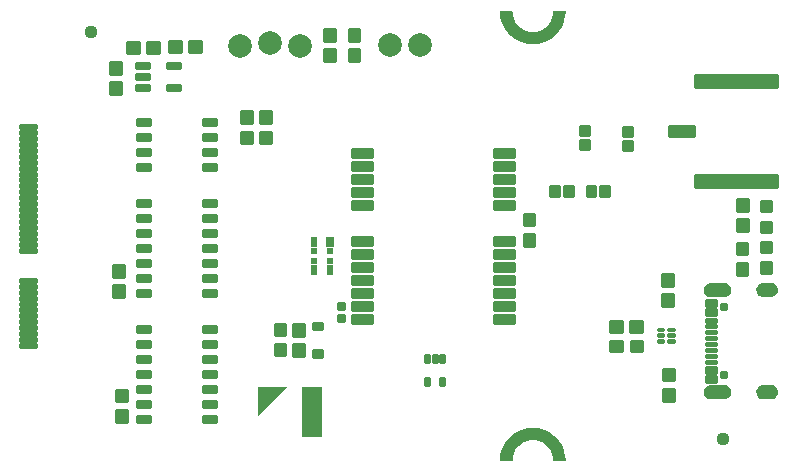
<source format=gts>
G04 EAGLE Gerber RS-274X export*
G75*
%MOMM*%
%FSLAX34Y34*%
%LPD*%
%INSoldermask Top*%
%IPPOS*%
%AMOC8*
5,1,8,0,0,1.08239X$1,22.5*%
G01*
%ADD10C,0.225400*%
%ADD11R,1.700000X4.200000*%
%ADD12C,0.428259*%
%ADD13C,0.227100*%
%ADD14C,0.223409*%
%ADD15C,0.231750*%
%ADD16C,0.229969*%
%ADD17C,0.230578*%
%ADD18C,0.225369*%
%ADD19C,0.777000*%
%ADD20C,0.229859*%
%ADD21C,0.225938*%
%ADD22C,0.224709*%
%ADD23R,0.620000X0.840000*%
%ADD24R,0.620000X0.560000*%
%ADD25R,0.640000X0.840000*%
%ADD26C,1.127000*%
%ADD27C,0.228959*%
%ADD28C,0.736600*%
%ADD29C,2.006600*%
%ADD30C,0.229738*%

G36*
X443931Y353031D02*
X443931Y353031D01*
X443941Y353035D01*
X443967Y353036D01*
X447801Y353870D01*
X447809Y353875D01*
X447835Y353880D01*
X451511Y355252D01*
X451519Y355257D01*
X451543Y355266D01*
X454987Y357147D01*
X454994Y357154D01*
X455017Y357166D01*
X458158Y359517D01*
X458164Y359525D01*
X458185Y359541D01*
X460959Y362315D01*
X460964Y362324D01*
X460983Y362342D01*
X463334Y365483D01*
X463337Y365492D01*
X463353Y365513D01*
X465234Y368957D01*
X465236Y368966D01*
X465248Y368989D01*
X466620Y372665D01*
X466620Y372675D01*
X466630Y372699D01*
X467464Y376533D01*
X467463Y376543D01*
X467469Y376569D01*
X467749Y380482D01*
X467743Y380508D01*
X467747Y380533D01*
X467729Y380575D01*
X467719Y380619D01*
X467701Y380637D01*
X467690Y380661D01*
X467652Y380686D01*
X467621Y380718D01*
X467595Y380724D01*
X467574Y380738D01*
X467500Y380749D01*
X457500Y380749D01*
X457493Y380747D01*
X457486Y380749D01*
X457427Y380728D01*
X457366Y380710D01*
X457361Y380705D01*
X457354Y380702D01*
X457316Y380652D01*
X457274Y380605D01*
X457273Y380598D01*
X457268Y380592D01*
X457252Y380520D01*
X457038Y377802D01*
X456406Y375169D01*
X455370Y372669D01*
X453956Y370361D01*
X452198Y368302D01*
X450139Y366544D01*
X447831Y365130D01*
X445331Y364094D01*
X442698Y363462D01*
X440000Y363250D01*
X437302Y363462D01*
X434669Y364094D01*
X432169Y365130D01*
X429861Y366544D01*
X427802Y368302D01*
X426044Y370361D01*
X424630Y372669D01*
X423594Y375169D01*
X422962Y377802D01*
X422748Y380520D01*
X422746Y380526D01*
X422747Y380533D01*
X422721Y380591D01*
X422699Y380650D01*
X422693Y380655D01*
X422690Y380661D01*
X422637Y380696D01*
X422587Y380734D01*
X422580Y380734D01*
X422574Y380738D01*
X422500Y380749D01*
X412500Y380749D01*
X412475Y380742D01*
X412449Y380744D01*
X412409Y380723D01*
X412366Y380710D01*
X412349Y380690D01*
X412326Y380678D01*
X412304Y380639D01*
X412274Y380605D01*
X412270Y380579D01*
X412257Y380556D01*
X412251Y380482D01*
X412531Y376569D01*
X412535Y376559D01*
X412536Y376533D01*
X413370Y372699D01*
X413375Y372691D01*
X413380Y372665D01*
X414752Y368989D01*
X414757Y368981D01*
X414766Y368957D01*
X416647Y365513D01*
X416654Y365506D01*
X416666Y365483D01*
X419017Y362342D01*
X419025Y362336D01*
X419041Y362315D01*
X421815Y359541D01*
X421824Y359536D01*
X421842Y359517D01*
X424983Y357166D01*
X424992Y357163D01*
X425013Y357147D01*
X428457Y355266D01*
X428466Y355264D01*
X428489Y355252D01*
X432165Y353880D01*
X432175Y353880D01*
X432199Y353870D01*
X436033Y353036D01*
X436043Y353037D01*
X436069Y353031D01*
X439982Y352751D01*
X439992Y352753D01*
X440018Y352751D01*
X443931Y353031D01*
G37*
G36*
X422507Y253D02*
X422507Y253D01*
X422514Y251D01*
X422573Y272D01*
X422634Y290D01*
X422639Y295D01*
X422646Y298D01*
X422685Y348D01*
X422726Y395D01*
X422727Y402D01*
X422732Y408D01*
X422748Y480D01*
X422962Y3198D01*
X423594Y5831D01*
X424630Y8331D01*
X426044Y10639D01*
X427802Y12698D01*
X429861Y14456D01*
X432169Y15870D01*
X434669Y16906D01*
X437302Y17538D01*
X440000Y17750D01*
X442698Y17538D01*
X445331Y16906D01*
X447831Y15870D01*
X450139Y14456D01*
X452198Y12698D01*
X453956Y10639D01*
X455370Y8331D01*
X456406Y5831D01*
X457038Y3198D01*
X457252Y480D01*
X457254Y474D01*
X457253Y467D01*
X457279Y409D01*
X457301Y350D01*
X457307Y345D01*
X457310Y339D01*
X457363Y304D01*
X457413Y266D01*
X457421Y266D01*
X457427Y262D01*
X457500Y251D01*
X467500Y251D01*
X467525Y258D01*
X467551Y256D01*
X467591Y277D01*
X467634Y290D01*
X467651Y310D01*
X467674Y322D01*
X467696Y361D01*
X467726Y395D01*
X467730Y421D01*
X467743Y444D01*
X467749Y518D01*
X467469Y4431D01*
X467465Y4441D01*
X467464Y4467D01*
X466630Y8301D01*
X466625Y8309D01*
X466620Y8335D01*
X465248Y12011D01*
X465243Y12019D01*
X465234Y12043D01*
X463353Y15487D01*
X463346Y15494D01*
X463334Y15517D01*
X460983Y18658D01*
X460975Y18664D01*
X460959Y18685D01*
X458185Y21459D01*
X458176Y21464D01*
X458158Y21483D01*
X455017Y23834D01*
X455008Y23837D01*
X454987Y23853D01*
X451543Y25734D01*
X451534Y25736D01*
X451511Y25748D01*
X447835Y27120D01*
X447825Y27120D01*
X447801Y27130D01*
X443967Y27964D01*
X443957Y27963D01*
X443931Y27969D01*
X440018Y28249D01*
X440008Y28247D01*
X439982Y28249D01*
X436069Y27969D01*
X436059Y27965D01*
X436033Y27964D01*
X432199Y27130D01*
X432191Y27125D01*
X432165Y27120D01*
X428489Y25748D01*
X428481Y25743D01*
X428457Y25734D01*
X425013Y23853D01*
X425006Y23846D01*
X424983Y23834D01*
X421842Y21483D01*
X421836Y21475D01*
X421815Y21459D01*
X419041Y18685D01*
X419036Y18676D01*
X419017Y18658D01*
X416666Y15517D01*
X416663Y15508D01*
X416647Y15487D01*
X414766Y12043D01*
X414764Y12034D01*
X414752Y12011D01*
X413380Y8335D01*
X413380Y8325D01*
X413370Y8301D01*
X412536Y4467D01*
X412537Y4457D01*
X412531Y4431D01*
X412251Y518D01*
X412257Y492D01*
X412253Y467D01*
X412271Y425D01*
X412281Y381D01*
X412299Y363D01*
X412310Y339D01*
X412348Y314D01*
X412379Y282D01*
X412405Y276D01*
X412427Y262D01*
X412500Y251D01*
X422500Y251D01*
X422507Y253D01*
G37*
G36*
X207648Y38371D02*
X207648Y38371D01*
X207675Y38367D01*
X207716Y38385D01*
X207758Y38394D01*
X207794Y38420D01*
X207803Y38424D01*
X207807Y38429D01*
X207818Y38438D01*
X231818Y62438D01*
X231839Y62476D01*
X231868Y62509D01*
X231872Y62536D01*
X231885Y62560D01*
X231882Y62604D01*
X231889Y62647D01*
X231878Y62673D01*
X231876Y62700D01*
X231850Y62735D01*
X231832Y62775D01*
X231809Y62790D01*
X231793Y62812D01*
X231752Y62828D01*
X231716Y62852D01*
X231672Y62859D01*
X231663Y62862D01*
X231656Y62861D01*
X231642Y62863D01*
X207642Y62863D01*
X207626Y62858D01*
X207609Y62861D01*
X207559Y62839D01*
X207508Y62824D01*
X207497Y62811D01*
X207481Y62804D01*
X207451Y62759D01*
X207416Y62719D01*
X207413Y62702D01*
X207404Y62688D01*
X207393Y62614D01*
X207393Y38614D01*
X207405Y38572D01*
X207408Y38528D01*
X207424Y38506D01*
X207432Y38480D01*
X207465Y38451D01*
X207491Y38416D01*
X207517Y38406D01*
X207537Y38388D01*
X207581Y38381D01*
X207621Y38366D01*
X207648Y38371D01*
G37*
G36*
X602453Y138754D02*
X602453Y138754D01*
X602456Y138751D01*
X603723Y138956D01*
X603729Y138962D01*
X603734Y138959D01*
X604923Y139441D01*
X604927Y139448D01*
X604933Y139446D01*
X605986Y140180D01*
X605988Y140188D01*
X605994Y140187D01*
X606857Y141137D01*
X606858Y141146D01*
X606863Y141146D01*
X607493Y142265D01*
X607492Y142273D01*
X607498Y142275D01*
X607863Y143505D01*
X607860Y143512D01*
X607864Y143515D01*
X607863Y143515D01*
X607865Y143516D01*
X607947Y144797D01*
X607945Y144801D01*
X607947Y144803D01*
X607865Y146084D01*
X607859Y146090D01*
X607863Y146095D01*
X607498Y147325D01*
X607491Y147330D01*
X607493Y147335D01*
X606863Y148454D01*
X606856Y148457D01*
X606857Y148463D01*
X605994Y149413D01*
X605986Y149414D01*
X605986Y149420D01*
X604933Y150154D01*
X604925Y150154D01*
X604923Y150159D01*
X603734Y150641D01*
X603726Y150639D01*
X603723Y150644D01*
X602456Y150849D01*
X602451Y150846D01*
X602448Y150849D01*
X590448Y150849D01*
X590444Y150846D01*
X590441Y150849D01*
X589319Y150694D01*
X589314Y150689D01*
X589310Y150692D01*
X588239Y150321D01*
X588235Y150315D01*
X588230Y150317D01*
X587253Y149744D01*
X587250Y149738D01*
X587245Y149739D01*
X586398Y148986D01*
X586396Y148979D01*
X586391Y148979D01*
X585707Y148076D01*
X585707Y148069D01*
X585702Y148068D01*
X585207Y147049D01*
X585209Y147042D01*
X585207Y147041D01*
X585204Y147040D01*
X584917Y145943D01*
X584920Y145937D01*
X584916Y145934D01*
X584849Y144803D01*
X584851Y144799D01*
X584849Y144797D01*
X584916Y143666D01*
X584921Y143661D01*
X584917Y143657D01*
X585204Y142560D01*
X585210Y142556D01*
X585207Y142551D01*
X585702Y141532D01*
X585708Y141529D01*
X585707Y141524D01*
X586391Y140621D01*
X586398Y140619D01*
X586398Y140614D01*
X587245Y139861D01*
X587252Y139861D01*
X587253Y139856D01*
X588230Y139283D01*
X588237Y139284D01*
X588239Y139279D01*
X589310Y138908D01*
X589316Y138911D01*
X589319Y138906D01*
X590441Y138751D01*
X590446Y138754D01*
X590448Y138751D01*
X602448Y138751D01*
X602453Y138754D01*
G37*
G36*
X602453Y52354D02*
X602453Y52354D01*
X602456Y52351D01*
X603723Y52556D01*
X603729Y52562D01*
X603734Y52559D01*
X604923Y53041D01*
X604927Y53048D01*
X604933Y53046D01*
X605986Y53780D01*
X605988Y53788D01*
X605994Y53787D01*
X606857Y54737D01*
X606858Y54746D01*
X606863Y54746D01*
X607493Y55865D01*
X607492Y55873D01*
X607498Y55875D01*
X607863Y57105D01*
X607860Y57112D01*
X607864Y57115D01*
X607863Y57115D01*
X607865Y57116D01*
X607947Y58397D01*
X607945Y58401D01*
X607947Y58403D01*
X607865Y59684D01*
X607859Y59690D01*
X607863Y59695D01*
X607498Y60925D01*
X607491Y60930D01*
X607493Y60935D01*
X606863Y62054D01*
X606856Y62057D01*
X606857Y62063D01*
X605994Y63013D01*
X605986Y63014D01*
X605986Y63020D01*
X604933Y63754D01*
X604925Y63754D01*
X604923Y63759D01*
X603734Y64241D01*
X603726Y64239D01*
X603723Y64244D01*
X602456Y64449D01*
X602451Y64446D01*
X602448Y64449D01*
X590448Y64449D01*
X590444Y64446D01*
X590441Y64449D01*
X589319Y64294D01*
X589314Y64289D01*
X589310Y64292D01*
X588239Y63921D01*
X588235Y63915D01*
X588230Y63917D01*
X587253Y63344D01*
X587250Y63338D01*
X587245Y63339D01*
X586398Y62586D01*
X586396Y62579D01*
X586391Y62579D01*
X585707Y61676D01*
X585707Y61669D01*
X585702Y61668D01*
X585207Y60649D01*
X585209Y60642D01*
X585207Y60641D01*
X585204Y60640D01*
X584917Y59543D01*
X584920Y59537D01*
X584916Y59534D01*
X584849Y58403D01*
X584851Y58399D01*
X584849Y58397D01*
X584916Y57266D01*
X584921Y57261D01*
X584917Y57257D01*
X585204Y56160D01*
X585210Y56156D01*
X585207Y56151D01*
X585702Y55132D01*
X585708Y55129D01*
X585707Y55124D01*
X586391Y54221D01*
X586398Y54219D01*
X586398Y54214D01*
X587245Y53461D01*
X587252Y53461D01*
X587253Y53456D01*
X588230Y52883D01*
X588237Y52884D01*
X588239Y52879D01*
X589310Y52508D01*
X589316Y52511D01*
X589319Y52506D01*
X590441Y52351D01*
X590446Y52354D01*
X590448Y52351D01*
X602448Y52351D01*
X602453Y52354D01*
G37*
G36*
X641252Y138753D02*
X641252Y138753D01*
X641254Y138751D01*
X642583Y138906D01*
X642589Y138912D01*
X642593Y138909D01*
X643854Y139356D01*
X643859Y139363D01*
X643864Y139361D01*
X644994Y140078D01*
X644997Y140085D01*
X645003Y140084D01*
X645945Y141035D01*
X645946Y141043D01*
X645952Y141043D01*
X646659Y142179D01*
X646659Y142184D01*
X646660Y142185D01*
X646659Y142187D01*
X646664Y142189D01*
X647100Y143454D01*
X647098Y143462D01*
X647103Y143465D01*
X647247Y144795D01*
X647243Y144801D01*
X647247Y144805D01*
X647137Y145971D01*
X647132Y145976D01*
X647135Y145980D01*
X646800Y147103D01*
X646794Y147107D01*
X646796Y147111D01*
X646248Y148147D01*
X646242Y148150D01*
X646243Y148155D01*
X645504Y149063D01*
X645497Y149065D01*
X645497Y149070D01*
X644595Y149817D01*
X644588Y149817D01*
X644587Y149823D01*
X643556Y150379D01*
X643549Y150378D01*
X643547Y150383D01*
X642428Y150727D01*
X642421Y150725D01*
X642418Y150729D01*
X641253Y150849D01*
X641250Y150847D01*
X641248Y150849D01*
X635248Y150849D01*
X635245Y150847D01*
X635243Y150849D01*
X634067Y150738D01*
X634062Y150733D01*
X634058Y150736D01*
X632926Y150398D01*
X632922Y150392D01*
X632917Y150394D01*
X631873Y149842D01*
X631870Y149835D01*
X631865Y149837D01*
X630949Y149091D01*
X630948Y149084D01*
X630942Y149084D01*
X630189Y148175D01*
X630189Y148167D01*
X630184Y148167D01*
X629623Y147127D01*
X629624Y147120D01*
X629619Y147118D01*
X629272Y145989D01*
X629274Y145983D01*
X629270Y145980D01*
X629149Y144805D01*
X629153Y144798D01*
X629149Y144794D01*
X629306Y143454D01*
X629311Y143448D01*
X629308Y143443D01*
X629759Y142172D01*
X629766Y142167D01*
X629764Y142162D01*
X630486Y141023D01*
X630494Y141020D01*
X630493Y141014D01*
X631451Y140064D01*
X631459Y140063D01*
X631460Y140057D01*
X632605Y139344D01*
X632614Y139345D01*
X632615Y139339D01*
X633891Y138899D01*
X633898Y138901D01*
X633900Y138899D01*
X633901Y138897D01*
X635243Y138751D01*
X635246Y138753D01*
X635248Y138751D01*
X641248Y138751D01*
X641252Y138753D01*
G37*
G36*
X641252Y52353D02*
X641252Y52353D01*
X641254Y52351D01*
X642583Y52506D01*
X642589Y52512D01*
X642593Y52509D01*
X643854Y52956D01*
X643859Y52963D01*
X643864Y52961D01*
X644994Y53678D01*
X644997Y53685D01*
X645003Y53684D01*
X645945Y54635D01*
X645946Y54643D01*
X645952Y54643D01*
X646659Y55779D01*
X646659Y55784D01*
X646660Y55785D01*
X646659Y55787D01*
X646664Y55789D01*
X647100Y57054D01*
X647098Y57062D01*
X647103Y57065D01*
X647247Y58395D01*
X647243Y58401D01*
X647247Y58405D01*
X647137Y59571D01*
X647132Y59576D01*
X647135Y59580D01*
X646800Y60703D01*
X646794Y60707D01*
X646796Y60711D01*
X646248Y61747D01*
X646242Y61750D01*
X646243Y61755D01*
X645504Y62663D01*
X645497Y62665D01*
X645497Y62670D01*
X644595Y63417D01*
X644588Y63417D01*
X644587Y63423D01*
X643556Y63979D01*
X643549Y63978D01*
X643547Y63983D01*
X642428Y64327D01*
X642421Y64325D01*
X642418Y64329D01*
X641253Y64449D01*
X641250Y64447D01*
X641248Y64449D01*
X635248Y64449D01*
X635245Y64447D01*
X635243Y64449D01*
X634067Y64338D01*
X634062Y64333D01*
X634058Y64336D01*
X632926Y63998D01*
X632922Y63992D01*
X632917Y63994D01*
X631873Y63442D01*
X631870Y63435D01*
X631865Y63437D01*
X630949Y62691D01*
X630948Y62684D01*
X630942Y62684D01*
X630189Y61775D01*
X630189Y61767D01*
X630184Y61767D01*
X629623Y60727D01*
X629624Y60720D01*
X629619Y60718D01*
X629272Y59589D01*
X629274Y59583D01*
X629270Y59580D01*
X629149Y58405D01*
X629153Y58398D01*
X629149Y58394D01*
X629306Y57054D01*
X629311Y57048D01*
X629308Y57043D01*
X629759Y55772D01*
X629766Y55767D01*
X629764Y55762D01*
X630486Y54623D01*
X630494Y54620D01*
X630493Y54614D01*
X631451Y53664D01*
X631459Y53663D01*
X631460Y53657D01*
X632605Y52944D01*
X632614Y52945D01*
X632615Y52939D01*
X633891Y52499D01*
X633898Y52501D01*
X633900Y52499D01*
X633901Y52497D01*
X635243Y52351D01*
X635246Y52353D01*
X635248Y52351D01*
X641248Y52351D01*
X641252Y52353D01*
G37*
D10*
X221298Y106376D02*
X221298Y116392D01*
X230314Y116392D01*
X230314Y106376D01*
X221298Y106376D01*
X221298Y108517D02*
X230314Y108517D01*
X230314Y110658D02*
X221298Y110658D01*
X221298Y112799D02*
X230314Y112799D01*
X230314Y114940D02*
X221298Y114940D01*
X221298Y99392D02*
X221298Y89376D01*
X221298Y99392D02*
X230314Y99392D01*
X230314Y89376D01*
X221298Y89376D01*
X221298Y91517D02*
X230314Y91517D01*
X230314Y93658D02*
X221298Y93658D01*
X221298Y95799D02*
X230314Y95799D01*
X230314Y97940D02*
X221298Y97940D01*
D11*
X252942Y41814D03*
D10*
X201866Y268940D02*
X201866Y278956D01*
X201866Y268940D02*
X192850Y268940D01*
X192850Y278956D01*
X201866Y278956D01*
X201866Y271081D02*
X192850Y271081D01*
X192850Y273222D02*
X201866Y273222D01*
X201866Y275363D02*
X192850Y275363D01*
X192850Y277504D02*
X201866Y277504D01*
X201866Y285940D02*
X201866Y295956D01*
X201866Y285940D02*
X192850Y285940D01*
X192850Y295956D01*
X201866Y295956D01*
X201866Y288081D02*
X192850Y288081D01*
X192850Y290222D02*
X201866Y290222D01*
X201866Y292363D02*
X192850Y292363D01*
X192850Y294504D02*
X201866Y294504D01*
X217868Y278956D02*
X217868Y268940D01*
X208852Y268940D01*
X208852Y278956D01*
X217868Y278956D01*
X217868Y271081D02*
X208852Y271081D01*
X208852Y273222D02*
X217868Y273222D01*
X217868Y275363D02*
X208852Y275363D01*
X208852Y277504D02*
X217868Y277504D01*
X217868Y285940D02*
X217868Y295956D01*
X217868Y285940D02*
X208852Y285940D01*
X208852Y295956D01*
X217868Y295956D01*
X217868Y288081D02*
X208852Y288081D01*
X208852Y290222D02*
X217868Y290222D01*
X217868Y292363D02*
X208852Y292363D01*
X208852Y294504D02*
X217868Y294504D01*
D12*
X633792Y212286D02*
X640780Y212286D01*
X633792Y212286D02*
X633792Y219274D01*
X640780Y219274D01*
X640780Y212286D01*
X640780Y216355D02*
X633792Y216355D01*
X633792Y194746D02*
X640780Y194746D01*
X633792Y194746D02*
X633792Y201734D01*
X640780Y201734D01*
X640780Y194746D01*
X640780Y198815D02*
X633792Y198815D01*
D13*
X261460Y93780D02*
X261460Y88480D01*
X254160Y88480D01*
X254160Y93780D01*
X261460Y93780D01*
X261460Y90637D02*
X254160Y90637D01*
X254160Y92794D02*
X261460Y92794D01*
X261460Y111480D02*
X261460Y116780D01*
X261460Y111480D02*
X254160Y111480D01*
X254160Y116780D01*
X261460Y116780D01*
X261460Y113637D02*
X254160Y113637D01*
X254160Y115794D02*
X261460Y115794D01*
D10*
X237046Y116138D02*
X237046Y106122D01*
X237046Y116138D02*
X246062Y116138D01*
X246062Y106122D01*
X237046Y106122D01*
X237046Y108263D02*
X246062Y108263D01*
X246062Y110404D02*
X237046Y110404D01*
X237046Y112545D02*
X246062Y112545D01*
X246062Y114686D02*
X237046Y114686D01*
X237046Y99138D02*
X237046Y89122D01*
X237046Y99138D02*
X246062Y99138D01*
X246062Y89122D01*
X237046Y89122D01*
X237046Y91263D02*
X246062Y91263D01*
X246062Y93404D02*
X237046Y93404D01*
X237046Y95545D02*
X246062Y95545D01*
X246062Y97686D02*
X237046Y97686D01*
X621728Y194772D02*
X621728Y204788D01*
X621728Y194772D02*
X612712Y194772D01*
X612712Y204788D01*
X621728Y204788D01*
X621728Y196913D02*
X612712Y196913D01*
X612712Y199054D02*
X621728Y199054D01*
X621728Y201195D02*
X612712Y201195D01*
X612712Y203336D02*
X621728Y203336D01*
X621728Y211772D02*
X621728Y221788D01*
X621728Y211772D02*
X612712Y211772D01*
X612712Y221788D01*
X621728Y221788D01*
X621728Y213913D02*
X612712Y213913D01*
X612712Y216054D02*
X621728Y216054D01*
X621728Y218195D02*
X612712Y218195D01*
X612712Y220336D02*
X621728Y220336D01*
X141796Y346266D02*
X131780Y346266D01*
X131780Y355282D01*
X141796Y355282D01*
X141796Y346266D01*
X141796Y348407D02*
X131780Y348407D01*
X131780Y350548D02*
X141796Y350548D01*
X141796Y352689D02*
X131780Y352689D01*
X131780Y354830D02*
X141796Y354830D01*
X148780Y346266D02*
X158796Y346266D01*
X148780Y346266D02*
X148780Y355282D01*
X158796Y355282D01*
X158796Y346266D01*
X158796Y348407D02*
X148780Y348407D01*
X148780Y350548D02*
X158796Y350548D01*
X158796Y352689D02*
X148780Y352689D01*
X148780Y354830D02*
X158796Y354830D01*
D12*
X633792Y177996D02*
X640780Y177996D01*
X633792Y177996D02*
X633792Y184984D01*
X640780Y184984D01*
X640780Y177996D01*
X640780Y182065D02*
X633792Y182065D01*
X633792Y160456D02*
X640780Y160456D01*
X633792Y160456D02*
X633792Y167444D01*
X640780Y167444D01*
X640780Y160456D01*
X640780Y164525D02*
X633792Y164525D01*
D10*
X621474Y167958D02*
X621474Y157942D01*
X612458Y157942D01*
X612458Y167958D01*
X621474Y167958D01*
X621474Y160083D02*
X612458Y160083D01*
X612458Y162224D02*
X621474Y162224D01*
X621474Y164365D02*
X612458Y164365D01*
X612458Y166506D02*
X621474Y166506D01*
X621474Y174942D02*
X621474Y184958D01*
X621474Y174942D02*
X612458Y174942D01*
X612458Y184958D01*
X621474Y184958D01*
X621474Y177083D02*
X612458Y177083D01*
X612458Y179224D02*
X621474Y179224D01*
X621474Y181365D02*
X612458Y181365D01*
X612458Y183506D02*
X621474Y183506D01*
D14*
X104163Y332860D02*
X104163Y337396D01*
X115199Y337396D01*
X115199Y332860D01*
X104163Y332860D01*
X104163Y334982D02*
X115199Y334982D01*
X115199Y337104D02*
X104163Y337104D01*
X104163Y327896D02*
X104163Y323360D01*
X104163Y327896D02*
X115199Y327896D01*
X115199Y323360D01*
X104163Y323360D01*
X104163Y325482D02*
X115199Y325482D01*
X115199Y327604D02*
X104163Y327604D01*
X104163Y318396D02*
X104163Y313860D01*
X104163Y318396D02*
X115199Y318396D01*
X115199Y313860D01*
X104163Y313860D01*
X104163Y315982D02*
X115199Y315982D01*
X115199Y318104D02*
X104163Y318104D01*
X130165Y318396D02*
X130165Y313860D01*
X130165Y318396D02*
X141201Y318396D01*
X141201Y313860D01*
X130165Y313860D01*
X130165Y315982D02*
X141201Y315982D01*
X141201Y318104D02*
X130165Y318104D01*
X130165Y332860D02*
X130165Y337396D01*
X141201Y337396D01*
X141201Y332860D01*
X130165Y332860D01*
X130165Y334982D02*
X141201Y334982D01*
X141201Y337104D02*
X130165Y337104D01*
D10*
X123236Y354774D02*
X113220Y354774D01*
X123236Y354774D02*
X123236Y345758D01*
X113220Y345758D01*
X113220Y354774D01*
X113220Y347899D02*
X123236Y347899D01*
X123236Y350040D02*
X113220Y350040D01*
X113220Y352181D02*
X123236Y352181D01*
X123236Y354322D02*
X113220Y354322D01*
X106236Y354774D02*
X96220Y354774D01*
X106236Y354774D02*
X106236Y345758D01*
X96220Y345758D01*
X96220Y354774D01*
X96220Y347899D02*
X106236Y347899D01*
X106236Y350040D02*
X96220Y350040D01*
X96220Y352181D02*
X106236Y352181D01*
X106236Y354322D02*
X96220Y354322D01*
X522160Y118554D02*
X532176Y118554D01*
X532176Y109538D01*
X522160Y109538D01*
X522160Y118554D01*
X522160Y111679D02*
X532176Y111679D01*
X532176Y113820D02*
X522160Y113820D01*
X522160Y115961D02*
X532176Y115961D01*
X532176Y118102D02*
X522160Y118102D01*
X515176Y118554D02*
X505160Y118554D01*
X515176Y118554D02*
X515176Y109538D01*
X505160Y109538D01*
X505160Y118554D01*
X505160Y111679D02*
X515176Y111679D01*
X515176Y113820D02*
X505160Y113820D01*
X505160Y115961D02*
X515176Y115961D01*
X515176Y118102D02*
X505160Y118102D01*
X522668Y102044D02*
X532684Y102044D01*
X532684Y93028D01*
X522668Y93028D01*
X522668Y102044D01*
X522668Y95169D02*
X532684Y95169D01*
X532684Y97310D02*
X522668Y97310D01*
X522668Y99451D02*
X532684Y99451D01*
X532684Y101592D02*
X522668Y101592D01*
X515684Y102044D02*
X505668Y102044D01*
X515684Y102044D02*
X515684Y93028D01*
X505668Y93028D01*
X505668Y102044D01*
X505668Y95169D02*
X515684Y95169D01*
X515684Y97310D02*
X505668Y97310D01*
X505668Y99451D02*
X515684Y99451D01*
X515684Y101592D02*
X505668Y101592D01*
X432130Y199442D02*
X432130Y209458D01*
X441146Y209458D01*
X441146Y199442D01*
X432130Y199442D01*
X432130Y201583D02*
X441146Y201583D01*
X441146Y203724D02*
X432130Y203724D01*
X432130Y205865D02*
X441146Y205865D01*
X441146Y208006D02*
X432130Y208006D01*
X432130Y192458D02*
X432130Y182442D01*
X432130Y192458D02*
X441146Y192458D01*
X441146Y182442D01*
X432130Y182442D01*
X432130Y184583D02*
X441146Y184583D01*
X441146Y186724D02*
X432130Y186724D01*
X432130Y188865D02*
X441146Y188865D01*
X441146Y191006D02*
X432130Y191006D01*
D15*
X424076Y117024D02*
X407124Y117024D01*
X407124Y123976D01*
X424076Y123976D01*
X424076Y117024D01*
X424076Y119226D02*
X407124Y119226D01*
X407124Y121428D02*
X424076Y121428D01*
X424076Y123630D02*
X407124Y123630D01*
X407124Y128024D02*
X424076Y128024D01*
X407124Y128024D02*
X407124Y134976D01*
X424076Y134976D01*
X424076Y128024D01*
X424076Y130226D02*
X407124Y130226D01*
X407124Y132428D02*
X424076Y132428D01*
X424076Y134630D02*
X407124Y134630D01*
X407124Y139024D02*
X424076Y139024D01*
X407124Y139024D02*
X407124Y145976D01*
X424076Y145976D01*
X424076Y139024D01*
X424076Y141226D02*
X407124Y141226D01*
X407124Y143428D02*
X424076Y143428D01*
X424076Y145630D02*
X407124Y145630D01*
X407124Y150024D02*
X424076Y150024D01*
X407124Y150024D02*
X407124Y156976D01*
X424076Y156976D01*
X424076Y150024D01*
X424076Y152226D02*
X407124Y152226D01*
X407124Y154428D02*
X424076Y154428D01*
X424076Y156630D02*
X407124Y156630D01*
X407124Y161024D02*
X424076Y161024D01*
X407124Y161024D02*
X407124Y167976D01*
X424076Y167976D01*
X424076Y161024D01*
X424076Y163226D02*
X407124Y163226D01*
X407124Y165428D02*
X424076Y165428D01*
X424076Y167630D02*
X407124Y167630D01*
X407124Y172024D02*
X424076Y172024D01*
X407124Y172024D02*
X407124Y178976D01*
X424076Y178976D01*
X424076Y172024D01*
X424076Y174226D02*
X407124Y174226D01*
X407124Y176428D02*
X424076Y176428D01*
X424076Y178630D02*
X407124Y178630D01*
X407124Y183024D02*
X424076Y183024D01*
X407124Y183024D02*
X407124Y189976D01*
X424076Y189976D01*
X424076Y183024D01*
X424076Y185226D02*
X407124Y185226D01*
X407124Y187428D02*
X424076Y187428D01*
X424076Y189630D02*
X407124Y189630D01*
X407124Y213024D02*
X424076Y213024D01*
X407124Y213024D02*
X407124Y219976D01*
X424076Y219976D01*
X424076Y213024D01*
X424076Y215226D02*
X407124Y215226D01*
X407124Y217428D02*
X424076Y217428D01*
X424076Y219630D02*
X407124Y219630D01*
X407124Y224024D02*
X424076Y224024D01*
X407124Y224024D02*
X407124Y230976D01*
X424076Y230976D01*
X424076Y224024D01*
X424076Y226226D02*
X407124Y226226D01*
X407124Y228428D02*
X424076Y228428D01*
X424076Y230630D02*
X407124Y230630D01*
X407124Y235024D02*
X424076Y235024D01*
X407124Y235024D02*
X407124Y241976D01*
X424076Y241976D01*
X424076Y235024D01*
X424076Y237226D02*
X407124Y237226D01*
X407124Y239428D02*
X424076Y239428D01*
X424076Y241630D02*
X407124Y241630D01*
X407124Y246024D02*
X424076Y246024D01*
X407124Y246024D02*
X407124Y252976D01*
X424076Y252976D01*
X424076Y246024D01*
X424076Y248226D02*
X407124Y248226D01*
X407124Y250428D02*
X424076Y250428D01*
X424076Y252630D02*
X407124Y252630D01*
X407124Y257024D02*
X424076Y257024D01*
X407124Y257024D02*
X407124Y263976D01*
X424076Y263976D01*
X424076Y257024D01*
X424076Y259226D02*
X407124Y259226D01*
X407124Y261428D02*
X424076Y261428D01*
X424076Y263630D02*
X407124Y263630D01*
X304076Y263976D02*
X287124Y263976D01*
X304076Y263976D02*
X304076Y257024D01*
X287124Y257024D01*
X287124Y263976D01*
X287124Y259226D02*
X304076Y259226D01*
X304076Y261428D02*
X287124Y261428D01*
X287124Y263630D02*
X304076Y263630D01*
X304076Y252976D02*
X287124Y252976D01*
X304076Y252976D02*
X304076Y246024D01*
X287124Y246024D01*
X287124Y252976D01*
X287124Y248226D02*
X304076Y248226D01*
X304076Y250428D02*
X287124Y250428D01*
X287124Y252630D02*
X304076Y252630D01*
X304076Y241976D02*
X287124Y241976D01*
X304076Y241976D02*
X304076Y235024D01*
X287124Y235024D01*
X287124Y241976D01*
X287124Y237226D02*
X304076Y237226D01*
X304076Y239428D02*
X287124Y239428D01*
X287124Y241630D02*
X304076Y241630D01*
X304076Y230976D02*
X287124Y230976D01*
X304076Y230976D02*
X304076Y224024D01*
X287124Y224024D01*
X287124Y230976D01*
X287124Y226226D02*
X304076Y226226D01*
X304076Y228428D02*
X287124Y228428D01*
X287124Y230630D02*
X304076Y230630D01*
X304076Y219976D02*
X287124Y219976D01*
X304076Y219976D02*
X304076Y213024D01*
X287124Y213024D01*
X287124Y219976D01*
X287124Y215226D02*
X304076Y215226D01*
X304076Y217428D02*
X287124Y217428D01*
X287124Y219630D02*
X304076Y219630D01*
X304076Y189976D02*
X287124Y189976D01*
X304076Y189976D02*
X304076Y183024D01*
X287124Y183024D01*
X287124Y189976D01*
X287124Y185226D02*
X304076Y185226D01*
X304076Y187428D02*
X287124Y187428D01*
X287124Y189630D02*
X304076Y189630D01*
X304076Y178976D02*
X287124Y178976D01*
X304076Y178976D02*
X304076Y172024D01*
X287124Y172024D01*
X287124Y178976D01*
X287124Y174226D02*
X304076Y174226D01*
X304076Y176428D02*
X287124Y176428D01*
X287124Y178630D02*
X304076Y178630D01*
X304076Y167976D02*
X287124Y167976D01*
X304076Y167976D02*
X304076Y161024D01*
X287124Y161024D01*
X287124Y167976D01*
X287124Y163226D02*
X304076Y163226D01*
X304076Y165428D02*
X287124Y165428D01*
X287124Y167630D02*
X304076Y167630D01*
X304076Y156976D02*
X287124Y156976D01*
X304076Y156976D02*
X304076Y150024D01*
X287124Y150024D01*
X287124Y156976D01*
X287124Y152226D02*
X304076Y152226D01*
X304076Y154428D02*
X287124Y154428D01*
X287124Y156630D02*
X304076Y156630D01*
X304076Y145976D02*
X287124Y145976D01*
X304076Y145976D02*
X304076Y139024D01*
X287124Y139024D01*
X287124Y145976D01*
X287124Y141226D02*
X304076Y141226D01*
X304076Y143428D02*
X287124Y143428D01*
X287124Y145630D02*
X304076Y145630D01*
X304076Y134976D02*
X287124Y134976D01*
X304076Y134976D02*
X304076Y128024D01*
X287124Y128024D01*
X287124Y134976D01*
X287124Y130226D02*
X304076Y130226D01*
X304076Y132428D02*
X287124Y132428D01*
X287124Y134630D02*
X304076Y134630D01*
X304076Y123976D02*
X287124Y123976D01*
X304076Y123976D02*
X304076Y117024D01*
X287124Y117024D01*
X287124Y123976D01*
X287124Y119226D02*
X304076Y119226D01*
X304076Y121428D02*
X287124Y121428D01*
X287124Y123630D02*
X304076Y123630D01*
D16*
X553965Y102161D02*
X559035Y102161D01*
X559035Y100691D01*
X553965Y100691D01*
X553965Y102161D01*
X554465Y107161D02*
X559035Y107161D01*
X559035Y105691D01*
X554465Y105691D01*
X554465Y107161D01*
X554465Y112161D02*
X559035Y112161D01*
X559035Y110691D01*
X554465Y110691D01*
X554465Y112161D01*
X550435Y110691D02*
X545865Y110691D01*
X545865Y112161D01*
X550435Y112161D01*
X550435Y110691D01*
X550435Y105691D02*
X545865Y105691D01*
X545865Y107161D01*
X550435Y107161D01*
X550435Y105691D01*
X550435Y100691D02*
X545865Y100691D01*
X545865Y102161D01*
X550435Y102161D01*
X550435Y100691D01*
D17*
X595130Y108118D02*
X595130Y110082D01*
X595130Y108118D02*
X586166Y108118D01*
X586166Y110082D01*
X595130Y110082D01*
X595130Y105082D02*
X595130Y103118D01*
X586166Y103118D01*
X586166Y105082D01*
X595130Y105082D01*
D18*
X595156Y131342D02*
X595156Y136358D01*
X595156Y131342D02*
X586140Y131342D01*
X586140Y136358D01*
X595156Y136358D01*
X595156Y133483D02*
X586140Y133483D01*
X586140Y135624D02*
X595156Y135624D01*
X595156Y128608D02*
X595156Y123592D01*
X586140Y123592D01*
X586140Y128608D01*
X595156Y128608D01*
X595156Y125733D02*
X586140Y125733D01*
X586140Y127874D02*
X595156Y127874D01*
D17*
X595130Y120082D02*
X595130Y118118D01*
X586166Y118118D01*
X586166Y120082D01*
X595130Y120082D01*
X595130Y115082D02*
X595130Y113118D01*
X586166Y113118D01*
X586166Y115082D01*
X595130Y115082D01*
X586166Y95082D02*
X586166Y93118D01*
X586166Y95082D02*
X595130Y95082D01*
X595130Y93118D01*
X586166Y93118D01*
X586166Y98118D02*
X586166Y100082D01*
X595130Y100082D01*
X595130Y98118D01*
X586166Y98118D01*
D18*
X586140Y71858D02*
X586140Y66842D01*
X586140Y71858D02*
X595156Y71858D01*
X595156Y66842D01*
X586140Y66842D01*
X586140Y68983D02*
X595156Y68983D01*
X595156Y71124D02*
X586140Y71124D01*
X586140Y74592D02*
X586140Y79608D01*
X595156Y79608D01*
X595156Y74592D01*
X586140Y74592D01*
X586140Y76733D02*
X595156Y76733D01*
X595156Y78874D02*
X586140Y78874D01*
D17*
X586166Y83118D02*
X586166Y85082D01*
X595130Y85082D01*
X595130Y83118D01*
X586166Y83118D01*
X586166Y88118D02*
X586166Y90082D01*
X595130Y90082D01*
X595130Y88118D01*
X586166Y88118D01*
D19*
X601698Y72700D03*
X601698Y130500D03*
D20*
X577398Y316664D02*
X577398Y327136D01*
X646370Y327136D01*
X646370Y316664D01*
X577398Y316664D01*
X577398Y318848D02*
X646370Y318848D01*
X646370Y321032D02*
X577398Y321032D01*
X577398Y323216D02*
X646370Y323216D01*
X646370Y325400D02*
X577398Y325400D01*
D21*
X555378Y283406D02*
X555378Y275394D01*
X555378Y283406D02*
X576390Y283406D01*
X576390Y275394D01*
X555378Y275394D01*
X555378Y277540D02*
X576390Y277540D01*
X576390Y279686D02*
X555378Y279686D01*
X555378Y281832D02*
X576390Y281832D01*
D20*
X577398Y242136D02*
X577398Y231664D01*
X577398Y242136D02*
X646370Y242136D01*
X646370Y231664D01*
X577398Y231664D01*
X577398Y233848D02*
X646370Y233848D01*
X646370Y236032D02*
X577398Y236032D01*
X577398Y238216D02*
X646370Y238216D01*
X646370Y240400D02*
X577398Y240400D01*
D22*
X479762Y276102D02*
X479762Y283626D01*
X487786Y283626D01*
X487786Y276102D01*
X479762Y276102D01*
X479762Y278237D02*
X487786Y278237D01*
X487786Y280372D02*
X479762Y280372D01*
X479762Y282507D02*
X487786Y282507D01*
X479762Y272026D02*
X479762Y264502D01*
X479762Y272026D02*
X487786Y272026D01*
X487786Y264502D01*
X479762Y264502D01*
X479762Y266637D02*
X487786Y266637D01*
X487786Y268772D02*
X479762Y268772D01*
X479762Y270907D02*
X487786Y270907D01*
X485454Y224788D02*
X492978Y224788D01*
X485454Y224788D02*
X485454Y232812D01*
X492978Y232812D01*
X492978Y224788D01*
X492978Y226923D02*
X485454Y226923D01*
X485454Y229058D02*
X492978Y229058D01*
X492978Y231193D02*
X485454Y231193D01*
X497054Y224788D02*
X504578Y224788D01*
X497054Y224788D02*
X497054Y232812D01*
X504578Y232812D01*
X504578Y224788D01*
X504578Y226923D02*
X497054Y226923D01*
X497054Y229058D02*
X504578Y229058D01*
X504578Y231193D02*
X497054Y231193D01*
X473902Y232712D02*
X466378Y232712D01*
X473902Y232712D02*
X473902Y224688D01*
X466378Y224688D01*
X466378Y232712D01*
X466378Y226823D02*
X473902Y226823D01*
X473902Y228958D02*
X466378Y228958D01*
X466378Y231093D02*
X473902Y231093D01*
X462302Y232712D02*
X454778Y232712D01*
X462302Y232712D02*
X462302Y224688D01*
X454778Y224688D01*
X454778Y232712D01*
X454778Y226823D02*
X462302Y226823D01*
X462302Y228958D02*
X454778Y228958D01*
X454778Y231093D02*
X462302Y231093D01*
D10*
X91122Y311104D02*
X91122Y321120D01*
X91122Y311104D02*
X82106Y311104D01*
X82106Y321120D01*
X91122Y321120D01*
X91122Y313245D02*
X82106Y313245D01*
X82106Y315386D02*
X91122Y315386D01*
X91122Y317527D02*
X82106Y317527D01*
X82106Y319668D02*
X91122Y319668D01*
X91122Y328104D02*
X91122Y338120D01*
X91122Y328104D02*
X82106Y328104D01*
X82106Y338120D01*
X91122Y338120D01*
X91122Y330245D02*
X82106Y330245D01*
X82106Y332386D02*
X91122Y332386D01*
X91122Y334527D02*
X82106Y334527D01*
X82106Y336668D02*
X91122Y336668D01*
D23*
X254720Y161482D03*
D24*
X254720Y169482D03*
X254720Y177482D03*
D23*
X267920Y161482D03*
D24*
X267920Y169482D03*
X267920Y177482D03*
D25*
X267820Y185482D03*
D23*
X254720Y185482D03*
D10*
X292948Y338682D02*
X292948Y348698D01*
X292948Y338682D02*
X283932Y338682D01*
X283932Y348698D01*
X292948Y348698D01*
X292948Y340823D02*
X283932Y340823D01*
X283932Y342964D02*
X292948Y342964D01*
X292948Y345105D02*
X283932Y345105D01*
X283932Y347246D02*
X292948Y347246D01*
X292948Y355682D02*
X292948Y365698D01*
X292948Y355682D02*
X283932Y355682D01*
X283932Y365698D01*
X292948Y365698D01*
X292948Y357823D02*
X283932Y357823D01*
X283932Y359964D02*
X292948Y359964D01*
X292948Y362105D02*
X283932Y362105D01*
X283932Y364246D02*
X292948Y364246D01*
D18*
X274860Y134000D02*
X274860Y128984D01*
X274860Y134000D02*
X279876Y134000D01*
X279876Y128984D01*
X274860Y128984D01*
X274860Y131125D02*
X279876Y131125D01*
X279876Y133266D02*
X274860Y133266D01*
X274860Y124000D02*
X274860Y118984D01*
X274860Y124000D02*
X279876Y124000D01*
X279876Y118984D01*
X274860Y118984D01*
X274860Y121125D02*
X279876Y121125D01*
X279876Y123266D02*
X274860Y123266D01*
D26*
X66040Y362980D03*
X600680Y19040D03*
D27*
X19490Y96760D02*
X19490Y99240D01*
X19490Y96760D02*
X6010Y96760D01*
X6010Y99240D01*
X19490Y99240D01*
X19490Y98935D02*
X6010Y98935D01*
X19490Y101760D02*
X19490Y104240D01*
X19490Y101760D02*
X6010Y101760D01*
X6010Y104240D01*
X19490Y104240D01*
X19490Y103935D02*
X6010Y103935D01*
X19490Y106760D02*
X19490Y109240D01*
X19490Y106760D02*
X6010Y106760D01*
X6010Y109240D01*
X19490Y109240D01*
X19490Y108935D02*
X6010Y108935D01*
X19490Y111760D02*
X19490Y114240D01*
X19490Y111760D02*
X6010Y111760D01*
X6010Y114240D01*
X19490Y114240D01*
X19490Y113935D02*
X6010Y113935D01*
X19490Y116760D02*
X19490Y119240D01*
X19490Y116760D02*
X6010Y116760D01*
X6010Y119240D01*
X19490Y119240D01*
X19490Y118935D02*
X6010Y118935D01*
X19490Y121760D02*
X19490Y124240D01*
X19490Y121760D02*
X6010Y121760D01*
X6010Y124240D01*
X19490Y124240D01*
X19490Y123935D02*
X6010Y123935D01*
X19490Y126760D02*
X19490Y129240D01*
X19490Y126760D02*
X6010Y126760D01*
X6010Y129240D01*
X19490Y129240D01*
X19490Y128935D02*
X6010Y128935D01*
X19490Y131760D02*
X19490Y134240D01*
X19490Y131760D02*
X6010Y131760D01*
X6010Y134240D01*
X19490Y134240D01*
X19490Y133935D02*
X6010Y133935D01*
X19490Y136760D02*
X19490Y139240D01*
X19490Y136760D02*
X6010Y136760D01*
X6010Y139240D01*
X19490Y139240D01*
X19490Y138935D02*
X6010Y138935D01*
X19490Y141760D02*
X19490Y144240D01*
X19490Y141760D02*
X6010Y141760D01*
X6010Y144240D01*
X19490Y144240D01*
X19490Y143935D02*
X6010Y143935D01*
X19490Y146760D02*
X19490Y149240D01*
X19490Y146760D02*
X6010Y146760D01*
X6010Y149240D01*
X19490Y149240D01*
X19490Y148935D02*
X6010Y148935D01*
X19490Y151760D02*
X19490Y154240D01*
X19490Y151760D02*
X6010Y151760D01*
X6010Y154240D01*
X19490Y154240D01*
X19490Y153935D02*
X6010Y153935D01*
X19490Y176760D02*
X19490Y179240D01*
X19490Y176760D02*
X6010Y176760D01*
X6010Y179240D01*
X19490Y179240D01*
X19490Y178935D02*
X6010Y178935D01*
X19490Y181760D02*
X19490Y184240D01*
X19490Y181760D02*
X6010Y181760D01*
X6010Y184240D01*
X19490Y184240D01*
X19490Y183935D02*
X6010Y183935D01*
X19490Y186760D02*
X19490Y189240D01*
X19490Y186760D02*
X6010Y186760D01*
X6010Y189240D01*
X19490Y189240D01*
X19490Y188935D02*
X6010Y188935D01*
X19490Y191760D02*
X19490Y194240D01*
X19490Y191760D02*
X6010Y191760D01*
X6010Y194240D01*
X19490Y194240D01*
X19490Y193935D02*
X6010Y193935D01*
X19490Y196760D02*
X19490Y199240D01*
X19490Y196760D02*
X6010Y196760D01*
X6010Y199240D01*
X19490Y199240D01*
X19490Y198935D02*
X6010Y198935D01*
X19490Y201760D02*
X19490Y204240D01*
X19490Y201760D02*
X6010Y201760D01*
X6010Y204240D01*
X19490Y204240D01*
X19490Y203935D02*
X6010Y203935D01*
X19490Y206760D02*
X19490Y209240D01*
X19490Y206760D02*
X6010Y206760D01*
X6010Y209240D01*
X19490Y209240D01*
X19490Y208935D02*
X6010Y208935D01*
X19490Y211760D02*
X19490Y214240D01*
X19490Y211760D02*
X6010Y211760D01*
X6010Y214240D01*
X19490Y214240D01*
X19490Y213935D02*
X6010Y213935D01*
X19490Y216760D02*
X19490Y219240D01*
X19490Y216760D02*
X6010Y216760D01*
X6010Y219240D01*
X19490Y219240D01*
X19490Y218935D02*
X6010Y218935D01*
X19490Y221760D02*
X19490Y224240D01*
X19490Y221760D02*
X6010Y221760D01*
X6010Y224240D01*
X19490Y224240D01*
X19490Y223935D02*
X6010Y223935D01*
X19490Y226760D02*
X19490Y229240D01*
X19490Y226760D02*
X6010Y226760D01*
X6010Y229240D01*
X19490Y229240D01*
X19490Y228935D02*
X6010Y228935D01*
X19490Y231760D02*
X19490Y234240D01*
X19490Y231760D02*
X6010Y231760D01*
X6010Y234240D01*
X19490Y234240D01*
X19490Y233935D02*
X6010Y233935D01*
X19490Y236760D02*
X19490Y239240D01*
X19490Y236760D02*
X6010Y236760D01*
X6010Y239240D01*
X19490Y239240D01*
X19490Y238935D02*
X6010Y238935D01*
X19490Y241760D02*
X19490Y244240D01*
X19490Y241760D02*
X6010Y241760D01*
X6010Y244240D01*
X19490Y244240D01*
X19490Y243935D02*
X6010Y243935D01*
X19490Y246760D02*
X19490Y249240D01*
X19490Y246760D02*
X6010Y246760D01*
X6010Y249240D01*
X19490Y249240D01*
X19490Y248935D02*
X6010Y248935D01*
X19490Y251760D02*
X19490Y254240D01*
X19490Y251760D02*
X6010Y251760D01*
X6010Y254240D01*
X19490Y254240D01*
X19490Y253935D02*
X6010Y253935D01*
X19490Y256760D02*
X19490Y259240D01*
X19490Y256760D02*
X6010Y256760D01*
X6010Y259240D01*
X19490Y259240D01*
X19490Y258935D02*
X6010Y258935D01*
X19490Y261760D02*
X19490Y264240D01*
X19490Y261760D02*
X6010Y261760D01*
X6010Y264240D01*
X19490Y264240D01*
X19490Y263935D02*
X6010Y263935D01*
X19490Y266760D02*
X19490Y269240D01*
X19490Y266760D02*
X6010Y266760D01*
X6010Y269240D01*
X19490Y269240D01*
X19490Y268935D02*
X6010Y268935D01*
X19490Y271760D02*
X19490Y274240D01*
X19490Y271760D02*
X6010Y271760D01*
X6010Y274240D01*
X19490Y274240D01*
X19490Y273935D02*
X6010Y273935D01*
X19490Y276760D02*
X19490Y279240D01*
X19490Y276760D02*
X6010Y276760D01*
X6010Y279240D01*
X19490Y279240D01*
X19490Y278935D02*
X6010Y278935D01*
X19490Y281760D02*
X19490Y284240D01*
X19490Y281760D02*
X6010Y281760D01*
X6010Y284240D01*
X19490Y284240D01*
X19490Y283935D02*
X6010Y283935D01*
D28*
X461000Y10500D03*
X419000Y10500D03*
X440000Y23500D03*
X419000Y370500D03*
X461000Y370500D03*
X440000Y357500D03*
D18*
X104922Y289528D02*
X104922Y284512D01*
X104922Y289528D02*
X115938Y289528D01*
X115938Y284512D01*
X104922Y284512D01*
X104922Y286653D02*
X115938Y286653D01*
X115938Y288794D02*
X104922Y288794D01*
X104922Y276828D02*
X104922Y271812D01*
X104922Y276828D02*
X115938Y276828D01*
X115938Y271812D01*
X104922Y271812D01*
X104922Y273953D02*
X115938Y273953D01*
X115938Y276094D02*
X104922Y276094D01*
X104922Y264128D02*
X104922Y259112D01*
X104922Y264128D02*
X115938Y264128D01*
X115938Y259112D01*
X104922Y259112D01*
X104922Y261253D02*
X115938Y261253D01*
X115938Y263394D02*
X104922Y263394D01*
X104922Y251428D02*
X104922Y246412D01*
X104922Y251428D02*
X115938Y251428D01*
X115938Y246412D01*
X104922Y246412D01*
X104922Y248553D02*
X115938Y248553D01*
X115938Y250694D02*
X104922Y250694D01*
X160922Y251428D02*
X160922Y246412D01*
X160922Y251428D02*
X171938Y251428D01*
X171938Y246412D01*
X160922Y246412D01*
X160922Y248553D02*
X171938Y248553D01*
X171938Y250694D02*
X160922Y250694D01*
X160922Y259112D02*
X160922Y264128D01*
X171938Y264128D01*
X171938Y259112D01*
X160922Y259112D01*
X160922Y261253D02*
X171938Y261253D01*
X171938Y263394D02*
X160922Y263394D01*
X160922Y271812D02*
X160922Y276828D01*
X171938Y276828D01*
X171938Y271812D01*
X160922Y271812D01*
X160922Y273953D02*
X171938Y273953D01*
X171938Y276094D02*
X160922Y276094D01*
X160922Y284512D02*
X160922Y289528D01*
X171938Y289528D01*
X171938Y284512D01*
X160922Y284512D01*
X160922Y286653D02*
X171938Y286653D01*
X171938Y288794D02*
X160922Y288794D01*
D22*
X524294Y271250D02*
X524294Y263726D01*
X516270Y263726D01*
X516270Y271250D01*
X524294Y271250D01*
X524294Y265861D02*
X516270Y265861D01*
X516270Y267996D02*
X524294Y267996D01*
X524294Y270131D02*
X516270Y270131D01*
X524294Y275326D02*
X524294Y282850D01*
X524294Y275326D02*
X516270Y275326D01*
X516270Y282850D01*
X524294Y282850D01*
X524294Y277461D02*
X516270Y277461D01*
X516270Y279596D02*
X524294Y279596D01*
X524294Y281731D02*
X516270Y281731D01*
D29*
X344570Y351870D03*
X319170Y351870D03*
D10*
X549212Y158288D02*
X549212Y148272D01*
X549212Y158288D02*
X558228Y158288D01*
X558228Y148272D01*
X549212Y148272D01*
X549212Y150413D02*
X558228Y150413D01*
X558228Y152554D02*
X549212Y152554D01*
X549212Y154695D02*
X558228Y154695D01*
X558228Y156836D02*
X549212Y156836D01*
X549212Y141288D02*
X549212Y131272D01*
X549212Y141288D02*
X558228Y141288D01*
X558228Y131272D01*
X549212Y131272D01*
X549212Y133413D02*
X558228Y133413D01*
X558228Y135554D02*
X549212Y135554D01*
X549212Y137695D02*
X558228Y137695D01*
X558228Y139836D02*
X549212Y139836D01*
X559498Y61278D02*
X559498Y51262D01*
X550482Y51262D01*
X550482Y61278D01*
X559498Y61278D01*
X559498Y53403D02*
X550482Y53403D01*
X550482Y55544D02*
X559498Y55544D01*
X559498Y57685D02*
X550482Y57685D01*
X550482Y59826D02*
X559498Y59826D01*
X559498Y68262D02*
X559498Y78278D01*
X559498Y68262D02*
X550482Y68262D01*
X550482Y78278D01*
X559498Y78278D01*
X559498Y70403D02*
X550482Y70403D01*
X550482Y72544D02*
X559498Y72544D01*
X559498Y74685D02*
X550482Y74685D01*
X550482Y76826D02*
X559498Y76826D01*
D18*
X171938Y139732D02*
X171938Y144748D01*
X171938Y139732D02*
X160922Y139732D01*
X160922Y144748D01*
X171938Y144748D01*
X171938Y141873D02*
X160922Y141873D01*
X160922Y144014D02*
X171938Y144014D01*
X171938Y152432D02*
X171938Y157448D01*
X171938Y152432D02*
X160922Y152432D01*
X160922Y157448D01*
X171938Y157448D01*
X171938Y154573D02*
X160922Y154573D01*
X160922Y156714D02*
X171938Y156714D01*
X171938Y165132D02*
X171938Y170148D01*
X171938Y165132D02*
X160922Y165132D01*
X160922Y170148D01*
X171938Y170148D01*
X171938Y167273D02*
X160922Y167273D01*
X160922Y169414D02*
X171938Y169414D01*
X171938Y177832D02*
X171938Y182848D01*
X171938Y177832D02*
X160922Y177832D01*
X160922Y182848D01*
X171938Y182848D01*
X171938Y179973D02*
X160922Y179973D01*
X160922Y182114D02*
X171938Y182114D01*
X171938Y190532D02*
X171938Y195548D01*
X171938Y190532D02*
X160922Y190532D01*
X160922Y195548D01*
X171938Y195548D01*
X171938Y192673D02*
X160922Y192673D01*
X160922Y194814D02*
X171938Y194814D01*
X171938Y203232D02*
X171938Y208248D01*
X171938Y203232D02*
X160922Y203232D01*
X160922Y208248D01*
X171938Y208248D01*
X171938Y205373D02*
X160922Y205373D01*
X160922Y207514D02*
X171938Y207514D01*
X171938Y215932D02*
X171938Y220948D01*
X171938Y215932D02*
X160922Y215932D01*
X160922Y220948D01*
X171938Y220948D01*
X171938Y218073D02*
X160922Y218073D01*
X160922Y220214D02*
X171938Y220214D01*
X115938Y220948D02*
X115938Y215932D01*
X104922Y215932D01*
X104922Y220948D01*
X115938Y220948D01*
X115938Y218073D02*
X104922Y218073D01*
X104922Y220214D02*
X115938Y220214D01*
X115938Y208248D02*
X115938Y203232D01*
X104922Y203232D01*
X104922Y208248D01*
X115938Y208248D01*
X115938Y205373D02*
X104922Y205373D01*
X104922Y207514D02*
X115938Y207514D01*
X115938Y195548D02*
X115938Y190532D01*
X104922Y190532D01*
X104922Y195548D01*
X115938Y195548D01*
X115938Y192673D02*
X104922Y192673D01*
X104922Y194814D02*
X115938Y194814D01*
X115938Y182848D02*
X115938Y177832D01*
X104922Y177832D01*
X104922Y182848D01*
X115938Y182848D01*
X115938Y179973D02*
X104922Y179973D01*
X104922Y182114D02*
X115938Y182114D01*
X115938Y170148D02*
X115938Y165132D01*
X104922Y165132D01*
X104922Y170148D01*
X115938Y170148D01*
X115938Y167273D02*
X104922Y167273D01*
X104922Y169414D02*
X115938Y169414D01*
X115938Y157448D02*
X115938Y152432D01*
X104922Y152432D01*
X104922Y157448D01*
X115938Y157448D01*
X115938Y154573D02*
X104922Y154573D01*
X104922Y156714D02*
X115938Y156714D01*
X115938Y144748D02*
X115938Y139732D01*
X104922Y139732D01*
X104922Y144748D01*
X115938Y144748D01*
X115938Y141873D02*
X104922Y141873D01*
X104922Y144014D02*
X115938Y144014D01*
X171938Y38068D02*
X171938Y33052D01*
X160922Y33052D01*
X160922Y38068D01*
X171938Y38068D01*
X171938Y35193D02*
X160922Y35193D01*
X160922Y37334D02*
X171938Y37334D01*
X171938Y45752D02*
X171938Y50768D01*
X171938Y45752D02*
X160922Y45752D01*
X160922Y50768D01*
X171938Y50768D01*
X171938Y47893D02*
X160922Y47893D01*
X160922Y50034D02*
X171938Y50034D01*
X171938Y58452D02*
X171938Y63468D01*
X171938Y58452D02*
X160922Y58452D01*
X160922Y63468D01*
X171938Y63468D01*
X171938Y60593D02*
X160922Y60593D01*
X160922Y62734D02*
X171938Y62734D01*
X171938Y71152D02*
X171938Y76168D01*
X171938Y71152D02*
X160922Y71152D01*
X160922Y76168D01*
X171938Y76168D01*
X171938Y73293D02*
X160922Y73293D01*
X160922Y75434D02*
X171938Y75434D01*
X171938Y83852D02*
X171938Y88868D01*
X171938Y83852D02*
X160922Y83852D01*
X160922Y88868D01*
X171938Y88868D01*
X171938Y85993D02*
X160922Y85993D01*
X160922Y88134D02*
X171938Y88134D01*
X171938Y96552D02*
X171938Y101568D01*
X171938Y96552D02*
X160922Y96552D01*
X160922Y101568D01*
X171938Y101568D01*
X171938Y98693D02*
X160922Y98693D01*
X160922Y100834D02*
X171938Y100834D01*
X171938Y109252D02*
X171938Y114268D01*
X171938Y109252D02*
X160922Y109252D01*
X160922Y114268D01*
X171938Y114268D01*
X171938Y111393D02*
X160922Y111393D01*
X160922Y113534D02*
X171938Y113534D01*
X115938Y114268D02*
X115938Y109252D01*
X104922Y109252D01*
X104922Y114268D01*
X115938Y114268D01*
X115938Y111393D02*
X104922Y111393D01*
X104922Y113534D02*
X115938Y113534D01*
X115938Y101568D02*
X115938Y96552D01*
X104922Y96552D01*
X104922Y101568D01*
X115938Y101568D01*
X115938Y98693D02*
X104922Y98693D01*
X104922Y100834D02*
X115938Y100834D01*
X115938Y88868D02*
X115938Y83852D01*
X104922Y83852D01*
X104922Y88868D01*
X115938Y88868D01*
X115938Y85993D02*
X104922Y85993D01*
X104922Y88134D02*
X115938Y88134D01*
X115938Y76168D02*
X115938Y71152D01*
X104922Y71152D01*
X104922Y76168D01*
X115938Y76168D01*
X115938Y73293D02*
X104922Y73293D01*
X104922Y75434D02*
X115938Y75434D01*
X115938Y63468D02*
X115938Y58452D01*
X104922Y58452D01*
X104922Y63468D01*
X115938Y63468D01*
X115938Y60593D02*
X104922Y60593D01*
X104922Y62734D02*
X115938Y62734D01*
X115938Y50768D02*
X115938Y45752D01*
X104922Y45752D01*
X104922Y50768D01*
X115938Y50768D01*
X115938Y47893D02*
X104922Y47893D01*
X104922Y50034D02*
X115938Y50034D01*
X115938Y38068D02*
X115938Y33052D01*
X104922Y33052D01*
X104922Y38068D01*
X115938Y38068D01*
X115938Y35193D02*
X104922Y35193D01*
X104922Y37334D02*
X115938Y37334D01*
D30*
X361713Y70687D02*
X364887Y70687D01*
X364887Y64713D01*
X361713Y64713D01*
X361713Y70687D01*
X361713Y66895D02*
X364887Y66895D01*
X364887Y69077D02*
X361713Y69077D01*
X351887Y70687D02*
X348713Y70687D01*
X351887Y70687D02*
X351887Y64713D01*
X348713Y64713D01*
X348713Y70687D01*
X348713Y66895D02*
X351887Y66895D01*
X351887Y69077D02*
X348713Y69077D01*
X361713Y89687D02*
X364887Y89687D01*
X364887Y83713D01*
X361713Y83713D01*
X361713Y89687D01*
X361713Y85895D02*
X364887Y85895D01*
X364887Y88077D02*
X361713Y88077D01*
X351887Y89687D02*
X348713Y89687D01*
X351887Y89687D02*
X351887Y83713D01*
X348713Y83713D01*
X348713Y89687D01*
X348713Y85895D02*
X351887Y85895D01*
X351887Y88077D02*
X348713Y88077D01*
X355213Y89687D02*
X358387Y89687D01*
X358387Y83713D01*
X355213Y83713D01*
X355213Y89687D01*
X355213Y85895D02*
X358387Y85895D01*
X358387Y88077D02*
X355213Y88077D01*
D29*
X242570Y351790D03*
X217170Y354330D03*
X191770Y351790D03*
D10*
X272308Y348508D02*
X272308Y338492D01*
X263292Y338492D01*
X263292Y348508D01*
X272308Y348508D01*
X272308Y340633D02*
X263292Y340633D01*
X263292Y342774D02*
X272308Y342774D01*
X272308Y344915D02*
X263292Y344915D01*
X263292Y347056D02*
X272308Y347056D01*
X272308Y355492D02*
X272308Y365508D01*
X272308Y355492D02*
X263292Y355492D01*
X263292Y365508D01*
X272308Y365508D01*
X272308Y357633D02*
X263292Y357633D01*
X263292Y359774D02*
X272308Y359774D01*
X272308Y361915D02*
X263292Y361915D01*
X263292Y364056D02*
X272308Y364056D01*
X93408Y148908D02*
X93408Y138892D01*
X84392Y138892D01*
X84392Y148908D01*
X93408Y148908D01*
X93408Y141033D02*
X84392Y141033D01*
X84392Y143174D02*
X93408Y143174D01*
X93408Y145315D02*
X84392Y145315D01*
X84392Y147456D02*
X93408Y147456D01*
X93408Y155892D02*
X93408Y165908D01*
X93408Y155892D02*
X84392Y155892D01*
X84392Y165908D01*
X93408Y165908D01*
X93408Y158033D02*
X84392Y158033D01*
X84392Y160174D02*
X93408Y160174D01*
X93408Y162315D02*
X84392Y162315D01*
X84392Y164456D02*
X93408Y164456D01*
X95948Y43498D02*
X95948Y33482D01*
X86932Y33482D01*
X86932Y43498D01*
X95948Y43498D01*
X95948Y35623D02*
X86932Y35623D01*
X86932Y37764D02*
X95948Y37764D01*
X95948Y39905D02*
X86932Y39905D01*
X86932Y42046D02*
X95948Y42046D01*
X95948Y50482D02*
X95948Y60498D01*
X95948Y50482D02*
X86932Y50482D01*
X86932Y60498D01*
X95948Y60498D01*
X95948Y52623D02*
X86932Y52623D01*
X86932Y54764D02*
X95948Y54764D01*
X95948Y56905D02*
X86932Y56905D01*
X86932Y59046D02*
X95948Y59046D01*
M02*

</source>
